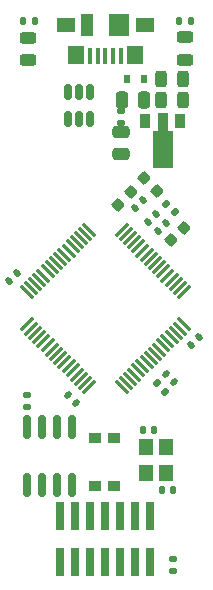
<source format=gbr>
%TF.GenerationSoftware,KiCad,Pcbnew,6.0.1-79c1e3a40b~116~ubuntu20.04.1*%
%TF.CreationDate,2022-03-09T16:59:07+01:00*%
%TF.ProjectId,microcontroller_mini,6d696372-6f63-46f6-9e74-726f6c6c6572,rev?*%
%TF.SameCoordinates,Original*%
%TF.FileFunction,Paste,Top*%
%TF.FilePolarity,Positive*%
%FSLAX46Y46*%
G04 Gerber Fmt 4.6, Leading zero omitted, Abs format (unit mm)*
G04 Created by KiCad (PCBNEW 6.0.1-79c1e3a40b~116~ubuntu20.04.1) date 2022-03-09 16:59:07*
%MOMM*%
%LPD*%
G01*
G04 APERTURE LIST*
G04 Aperture macros list*
%AMRoundRect*
0 Rectangle with rounded corners*
0 $1 Rounding radius*
0 $2 $3 $4 $5 $6 $7 $8 $9 X,Y pos of 4 corners*
0 Add a 4 corners polygon primitive as box body*
4,1,4,$2,$3,$4,$5,$6,$7,$8,$9,$2,$3,0*
0 Add four circle primitives for the rounded corners*
1,1,$1+$1,$2,$3*
1,1,$1+$1,$4,$5*
1,1,$1+$1,$6,$7*
1,1,$1+$1,$8,$9*
0 Add four rect primitives between the rounded corners*
20,1,$1+$1,$2,$3,$4,$5,0*
20,1,$1+$1,$4,$5,$6,$7,0*
20,1,$1+$1,$6,$7,$8,$9,0*
20,1,$1+$1,$8,$9,$2,$3,0*%
%AMFreePoly0*
4,1,9,3.862500,-0.866500,0.737500,-0.866500,0.737500,-0.450000,-0.737500,-0.450000,-0.737500,0.450000,0.737500,0.450000,0.737500,0.866500,3.862500,0.866500,3.862500,-0.866500,3.862500,-0.866500,$1*%
G04 Aperture macros list end*
%ADD10RoundRect,0.135000X-0.185000X0.135000X-0.185000X-0.135000X0.185000X-0.135000X0.185000X0.135000X0*%
%ADD11RoundRect,0.243750X0.243750X0.456250X-0.243750X0.456250X-0.243750X-0.456250X0.243750X-0.456250X0*%
%ADD12RoundRect,0.243750X-0.243750X-0.456250X0.243750X-0.456250X0.243750X0.456250X-0.243750X0.456250X0*%
%ADD13RoundRect,0.150000X0.150000X-0.512500X0.150000X0.512500X-0.150000X0.512500X-0.150000X-0.512500X0*%
%ADD14R,0.600000X0.700000*%
%ADD15RoundRect,0.150000X0.150000X-0.825000X0.150000X0.825000X-0.150000X0.825000X-0.150000X-0.825000X0*%
%ADD16R,1.200000X1.400000*%
%ADD17RoundRect,0.225000X0.335876X0.017678X0.017678X0.335876X-0.335876X-0.017678X-0.017678X-0.335876X0*%
%ADD18RoundRect,0.135000X-0.226274X-0.035355X-0.035355X-0.226274X0.226274X0.035355X0.035355X0.226274X0*%
%ADD19R,0.900000X1.300000*%
%ADD20FreePoly0,270.000000*%
%ADD21RoundRect,0.135000X0.226274X0.035355X0.035355X0.226274X-0.226274X-0.035355X-0.035355X-0.226274X0*%
%ADD22RoundRect,0.225000X0.017678X-0.335876X0.335876X-0.017678X-0.017678X0.335876X-0.335876X0.017678X0*%
%ADD23RoundRect,0.140000X-0.219203X-0.021213X-0.021213X-0.219203X0.219203X0.021213X0.021213X0.219203X0*%
%ADD24RoundRect,0.135000X0.135000X0.185000X-0.135000X0.185000X-0.135000X-0.185000X0.135000X-0.185000X0*%
%ADD25RoundRect,0.250000X0.475000X-0.250000X0.475000X0.250000X-0.475000X0.250000X-0.475000X-0.250000X0*%
%ADD26R,0.740000X2.400000*%
%ADD27RoundRect,0.140000X0.021213X-0.219203X0.219203X-0.021213X-0.021213X0.219203X-0.219203X0.021213X0*%
%ADD28RoundRect,0.140000X-0.021213X0.219203X-0.219203X0.021213X0.021213X-0.219203X0.219203X-0.021213X0*%
%ADD29RoundRect,0.135000X-0.135000X-0.185000X0.135000X-0.185000X0.135000X0.185000X-0.135000X0.185000X0*%
%ADD30RoundRect,0.140000X0.140000X0.170000X-0.140000X0.170000X-0.140000X-0.170000X0.140000X-0.170000X0*%
%ADD31RoundRect,0.243750X-0.456250X0.243750X-0.456250X-0.243750X0.456250X-0.243750X0.456250X0.243750X0*%
%ADD32RoundRect,0.140000X0.170000X-0.140000X0.170000X0.140000X-0.170000X0.140000X-0.170000X-0.140000X0*%
%ADD33RoundRect,0.140000X0.219203X0.021213X0.021213X0.219203X-0.219203X-0.021213X-0.021213X-0.219203X0*%
%ADD34R,1.000000X0.900000*%
%ADD35RoundRect,0.140000X-0.140000X-0.170000X0.140000X-0.170000X0.140000X0.170000X-0.140000X0.170000X0*%
%ADD36RoundRect,0.250000X0.250000X0.475000X-0.250000X0.475000X-0.250000X-0.475000X0.250000X-0.475000X0*%
%ADD37RoundRect,0.075000X0.548008X-0.441942X-0.441942X0.548008X-0.548008X0.441942X0.441942X-0.548008X0*%
%ADD38RoundRect,0.075000X0.548008X0.441942X0.441942X0.548008X-0.548008X-0.441942X-0.441942X-0.548008X0*%
%ADD39R,0.450000X1.380000*%
%ADD40R,1.650000X1.300000*%
%ADD41R,1.800000X1.900000*%
%ADD42R,1.425000X1.550000*%
%ADD43R,1.000000X1.900000*%
G04 APERTURE END LIST*
D10*
%TO.C,R1*%
X96900000Y-58090000D03*
X96900000Y-59110000D03*
%TD*%
D11*
%TO.C,F2*%
X100262500Y-55400000D03*
X102137500Y-55400000D03*
%TD*%
D12*
%TO.C,F1*%
X100262500Y-57200000D03*
X102137500Y-57200000D03*
%TD*%
D13*
%TO.C,U3*%
X92350000Y-58737500D03*
X93300000Y-58737500D03*
X94250000Y-58737500D03*
X94250000Y-56462500D03*
X93300000Y-56462500D03*
X92350000Y-56462500D03*
%TD*%
D14*
%TO.C,D1*%
X98800000Y-55400000D03*
X97400000Y-55400000D03*
%TD*%
D15*
%TO.C,U2*%
X88955978Y-89785000D03*
X90225978Y-89785000D03*
X91495978Y-89785000D03*
X92765978Y-89785000D03*
X92765978Y-84835000D03*
X91495978Y-84835000D03*
X90225978Y-84835000D03*
X88955978Y-84835000D03*
%TD*%
D16*
%TO.C,Y1*%
X98980978Y-86525000D03*
X98980978Y-88725000D03*
X100680978Y-88725000D03*
X100680978Y-86525000D03*
%TD*%
D17*
%TO.C,C12*%
X99956994Y-64906016D03*
X98860978Y-63810000D03*
%TD*%
D18*
%TO.C,FB1*%
X100700354Y-65949376D03*
X101421602Y-66670624D03*
%TD*%
D19*
%TO.C,U4*%
X101900000Y-58950000D03*
D20*
X100400000Y-59037500D03*
D19*
X98900000Y-58950000D03*
%TD*%
D21*
%TO.C,R23*%
X100621602Y-81870624D03*
X99900354Y-81149376D03*
%TD*%
D22*
%TO.C,C41*%
X101112970Y-69058008D03*
X102208986Y-67961992D03*
%TD*%
D23*
%TO.C,C5*%
X100721567Y-80370589D03*
X101400389Y-81049411D03*
%TD*%
D24*
%TO.C,R26*%
X102810000Y-50510000D03*
X101790000Y-50510000D03*
%TD*%
D22*
%TO.C,C6*%
X96612970Y-66058008D03*
X97708986Y-64961992D03*
%TD*%
D25*
%TO.C,C39*%
X96900000Y-61750000D03*
X96900000Y-59850000D03*
%TD*%
D26*
%TO.C,J8*%
X91750978Y-96260000D03*
X91750978Y-92360000D03*
X93020978Y-96260000D03*
X93020978Y-92360000D03*
X94290978Y-96260000D03*
X94290978Y-92360000D03*
X95560978Y-96260000D03*
X95560978Y-92360000D03*
X96830978Y-96260000D03*
X96830978Y-92360000D03*
X98100978Y-96260000D03*
X98100978Y-92360000D03*
X99370978Y-96260000D03*
X99370978Y-92360000D03*
%TD*%
D27*
%TO.C,C10*%
X98021567Y-66349411D03*
X98700389Y-65670589D03*
%TD*%
D28*
%TO.C,C9*%
X103500389Y-77270589D03*
X102821567Y-77949411D03*
%TD*%
D29*
%TO.C,R28*%
X88540978Y-50510000D03*
X89560978Y-50510000D03*
%TD*%
D30*
%TO.C,C4*%
X101310978Y-90210000D03*
X100350978Y-90210000D03*
%TD*%
D27*
%TO.C,C14*%
X99182156Y-67488822D03*
X99860978Y-66810000D03*
%TD*%
D31*
%TO.C,LED1*%
X89000000Y-51872500D03*
X89000000Y-53747500D03*
%TD*%
D32*
%TO.C,C1*%
X88910978Y-83140000D03*
X88910978Y-82180000D03*
%TD*%
D33*
%TO.C,C8*%
X93100389Y-82849411D03*
X92421567Y-82170589D03*
%TD*%
D31*
%TO.C,LED2*%
X102300000Y-51862500D03*
X102300000Y-53737500D03*
%TD*%
D34*
%TO.C,SW1*%
X94680978Y-89840000D03*
X94680978Y-85740000D03*
X96280978Y-89840000D03*
X96280978Y-85740000D03*
%TD*%
D35*
%TO.C,C3*%
X98750978Y-85110000D03*
X99710978Y-85110000D03*
%TD*%
D27*
%TO.C,C42*%
X99982156Y-68288822D03*
X100660978Y-67610000D03*
%TD*%
D36*
%TO.C,C40*%
X96950000Y-57200000D03*
X98850000Y-57200000D03*
%TD*%
D10*
%TO.C,R24*%
X101260978Y-96000000D03*
X101260978Y-97020000D03*
%TD*%
D37*
%TO.C,U1*%
X96922159Y-81474481D03*
X97275712Y-81120928D03*
X97629265Y-80767375D03*
X97982819Y-80413821D03*
X98336372Y-80060268D03*
X98689926Y-79706714D03*
X99043479Y-79353161D03*
X99397032Y-78999608D03*
X99750586Y-78646054D03*
X100104139Y-78292501D03*
X100457692Y-77938948D03*
X100811246Y-77585394D03*
X101164799Y-77231841D03*
X101518353Y-76878287D03*
X101871906Y-76524734D03*
X102225459Y-76171181D03*
D38*
X102225459Y-73448819D03*
X101871906Y-73095266D03*
X101518353Y-72741713D03*
X101164799Y-72388159D03*
X100811246Y-72034606D03*
X100457692Y-71681052D03*
X100104139Y-71327499D03*
X99750586Y-70973946D03*
X99397032Y-70620392D03*
X99043479Y-70266839D03*
X98689926Y-69913286D03*
X98336372Y-69559732D03*
X97982819Y-69206179D03*
X97629265Y-68852625D03*
X97275712Y-68499072D03*
X96922159Y-68145519D03*
D37*
X94199797Y-68145519D03*
X93846244Y-68499072D03*
X93492691Y-68852625D03*
X93139137Y-69206179D03*
X92785584Y-69559732D03*
X92432030Y-69913286D03*
X92078477Y-70266839D03*
X91724924Y-70620392D03*
X91371370Y-70973946D03*
X91017817Y-71327499D03*
X90664264Y-71681052D03*
X90310710Y-72034606D03*
X89957157Y-72388159D03*
X89603603Y-72741713D03*
X89250050Y-73095266D03*
X88896497Y-73448819D03*
D38*
X88896497Y-76171181D03*
X89250050Y-76524734D03*
X89603603Y-76878287D03*
X89957157Y-77231841D03*
X90310710Y-77585394D03*
X90664264Y-77938948D03*
X91017817Y-78292501D03*
X91371370Y-78646054D03*
X91724924Y-78999608D03*
X92078477Y-79353161D03*
X92432030Y-79706714D03*
X92785584Y-80060268D03*
X93139137Y-80413821D03*
X93492691Y-80767375D03*
X93846244Y-81120928D03*
X94199797Y-81474481D03*
%TD*%
D27*
%TO.C,C7*%
X87421567Y-72449411D03*
X88100389Y-71770589D03*
%TD*%
D39*
%TO.C,J2*%
X96860978Y-53470000D03*
X96210978Y-53470000D03*
X95560978Y-53470000D03*
X94910978Y-53470000D03*
X94260978Y-53470000D03*
D40*
X92185978Y-50810000D03*
D41*
X96710978Y-50810000D03*
D42*
X93073478Y-53385000D03*
D40*
X98935978Y-50810000D03*
D42*
X98048478Y-53385000D03*
D43*
X94010978Y-50810000D03*
%TD*%
M02*

</source>
